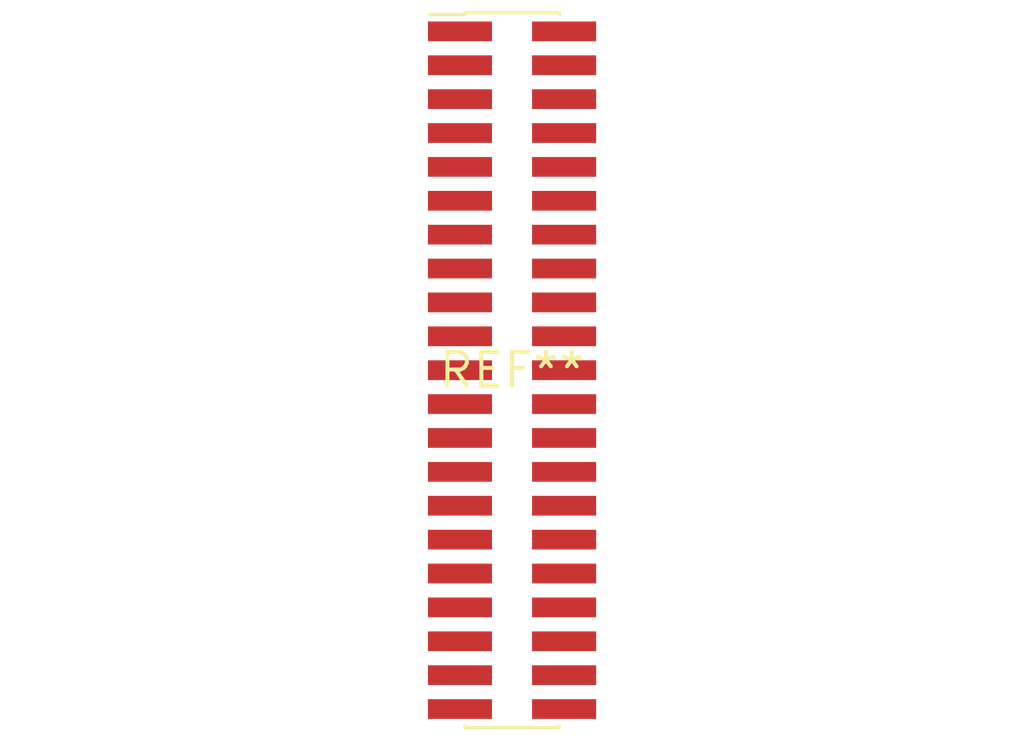
<source format=kicad_pcb>
(kicad_pcb (version 20240108) (generator pcbnew)
  (layers (0 "F.Cu" signal) (31 "B.Cu" signal) (34 "B.Paste" user) (35 "F.Paste" user) (36 "B.SilkS" user "B.Silkscreen") (37 "F.SilkS" user "F.Silkscreen") (38 "B.Mask" user) (39 "F.Mask" user) (44 "Edge.Cuts" user))
  (net 0 "")
  (footprint "PinHeader_2x21_P1.27mm_Vertical_SMD" (layer "F.Cu") (at 0 0)
    (property "Reference" "REF**")
    (property "Value" "PinHeader_2x21_P1.27mm_Vertical_SMD")
    (fp_line (start -3.09 -13.33) (end -1.765 -13.33) (layer "F.SilkS") (stroke (width 0.12)))
    (fp_line (start -1.765 -13.395) (end -1.765 -13.33) (layer "F.SilkS") (stroke (width 0.12)))
    (fp_line (start -1.765 -13.395) (end 1.765 -13.395) (layer "F.SilkS") (stroke (width 0.12)))
    (fp_line (start -1.765 13.33) (end -1.765 13.395) (layer "F.SilkS") (stroke (width 0.12)))
    (fp_line (start -1.765 13.395) (end 1.765 13.395) (layer "F.SilkS") (stroke (width 0.12)))
    (fp_line (start 1.765 -13.395) (end 1.765 -13.33) (layer "F.SilkS") (stroke (width 0.12)))
    (fp_line (start 1.765 13.33) (end 1.765 13.395) (layer "F.SilkS") (stroke (width 0.12)))
    (pad "1" smd rect (at -1.95 -12.7) (size 2.4 0.74) (layers "F.Cu" "F.Paste" "F.Mask"))
    (pad "2" smd rect (at 1.95 -12.7) (size 2.4 0.74) (layers "F.Cu" "F.Paste" "F.Mask"))
    (pad "3" smd rect (at -1.95 -11.43) (size 2.4 0.74) (layers "F.Cu" "F.Paste" "F.Mask"))
    (pad "4" smd rect (at 1.95 -11.43) (size 2.4 0.74) (layers "F.Cu" "F.Paste" "F.Mask"))
    (pad "5" smd rect (at -1.95 -10.16) (size 2.4 0.74) (layers "F.Cu" "F.Paste" "F.Mask"))
    (pad "6" smd rect (at 1.95 -10.16) (size 2.4 0.74) (layers "F.Cu" "F.Paste" "F.Mask"))
    (pad "7" smd rect (at -1.95 -8.89) (size 2.4 0.74) (layers "F.Cu" "F.Paste" "F.Mask"))
    (pad "8" smd rect (at 1.95 -8.89) (size 2.4 0.74) (layers "F.Cu" "F.Paste" "F.Mask"))
    (pad "9" smd rect (at -1.95 -7.62) (size 2.4 0.74) (layers "F.Cu" "F.Paste" "F.Mask"))
    (pad "10" smd rect (at 1.95 -7.62) (size 2.4 0.74) (layers "F.Cu" "F.Paste" "F.Mask"))
    (pad "11" smd rect (at -1.95 -6.35) (size 2.4 0.74) (layers "F.Cu" "F.Paste" "F.Mask"))
    (pad "12" smd rect (at 1.95 -6.35) (size 2.4 0.74) (layers "F.Cu" "F.Paste" "F.Mask"))
    (pad "13" smd rect (at -1.95 -5.08) (size 2.4 0.74) (layers "F.Cu" "F.Paste" "F.Mask"))
    (pad "14" smd rect (at 1.95 -5.08) (size 2.4 0.74) (layers "F.Cu" "F.Paste" "F.Mask"))
    (pad "15" smd rect (at -1.95 -3.81) (size 2.4 0.74) (layers "F.Cu" "F.Paste" "F.Mask"))
    (pad "16" smd rect (at 1.95 -3.81) (size 2.4 0.74) (layers "F.Cu" "F.Paste" "F.Mask"))
    (pad "17" smd rect (at -1.95 -2.54) (size 2.4 0.74) (layers "F.Cu" "F.Paste" "F.Mask"))
    (pad "18" smd rect (at 1.95 -2.54) (size 2.4 0.74) (layers "F.Cu" "F.Paste" "F.Mask"))
    (pad "19" smd rect (at -1.95 -1.27) (size 2.4 0.74) (layers "F.Cu" "F.Paste" "F.Mask"))
    (pad "20" smd rect (at 1.95 -1.27) (size 2.4 0.74) (layers "F.Cu" "F.Paste" "F.Mask"))
    (pad "21" smd rect (at -1.95 0) (size 2.4 0.74) (layers "F.Cu" "F.Paste" "F.Mask"))
    (pad "22" smd rect (at 1.95 0) (size 2.4 0.74) (layers "F.Cu" "F.Paste" "F.Mask"))
    (pad "23" smd rect (at -1.95 1.27) (size 2.4 0.74) (layers "F.Cu" "F.Paste" "F.Mask"))
    (pad "24" smd rect (at 1.95 1.27) (size 2.4 0.74) (layers "F.Cu" "F.Paste" "F.Mask"))
    (pad "25" smd rect (at -1.95 2.54) (size 2.4 0.74) (layers "F.Cu" "F.Paste" "F.Mask"))
    (pad "26" smd rect (at 1.95 2.54) (size 2.4 0.74) (layers "F.Cu" "F.Paste" "F.Mask"))
    (pad "27" smd rect (at -1.95 3.81) (size 2.4 0.74) (layers "F.Cu" "F.Paste" "F.Mask"))
    (pad "28" smd rect (at 1.95 3.81) (size 2.4 0.74) (layers "F.Cu" "F.Paste" "F.Mask"))
    (pad "29" smd rect (at -1.95 5.08) (size 2.4 0.74) (layers "F.Cu" "F.Paste" "F.Mask"))
    (pad "30" smd rect (at 1.95 5.08) (size 2.4 0.74) (layers "F.Cu" "F.Paste" "F.Mask"))
    (pad "31" smd rect (at -1.95 6.35) (size 2.4 0.74) (layers "F.Cu" "F.Paste" "F.Mask"))
    (pad "32" smd rect (at 1.95 6.35) (size 2.4 0.74) (layers "F.Cu" "F.Paste" "F.Mask"))
    (pad "33" smd rect (at -1.95 7.62) (size 2.4 0.74) (layers "F.Cu" "F.Paste" "F.Mask"))
    (pad "34" smd rect (at 1.95 7.62) (size 2.4 0.74) (layers "F.Cu" "F.Paste" "F.Mask"))
    (pad "35" smd rect (at -1.95 8.89) (size 2.4 0.74) (layers "F.Cu" "F.Paste" "F.Mask"))
    (pad "36" smd rect (at 1.95 8.89) (size 2.4 0.74) (layers "F.Cu" "F.Paste" "F.Mask"))
    (pad "37" smd rect (at -1.95 10.16) (size 2.4 0.74) (layers "F.Cu" "F.Paste" "F.Mask"))
    (pad "38" smd rect (at 1.95 10.16) (size 2.4 0.74) (layers "F.Cu" "F.Paste" "F.Mask"))
    (pad "39" smd rect (at -1.95 11.43) (size 2.4 0.74) (layers "F.Cu" "F.Paste" "F.Mask"))
    (pad "40" smd rect (at 1.95 11.43) (size 2.4 0.74) (layers "F.Cu" "F.Paste" "F.Mask"))
    (pad "41" smd rect (at -1.95 12.7) (size 2.4 0.74) (layers "F.Cu" "F.Paste" "F.Mask"))
    (pad "42" smd rect (at 1.95 12.7) (size 2.4 0.74) (layers "F.Cu" "F.Paste" "F.Mask"))
  )
)
</source>
